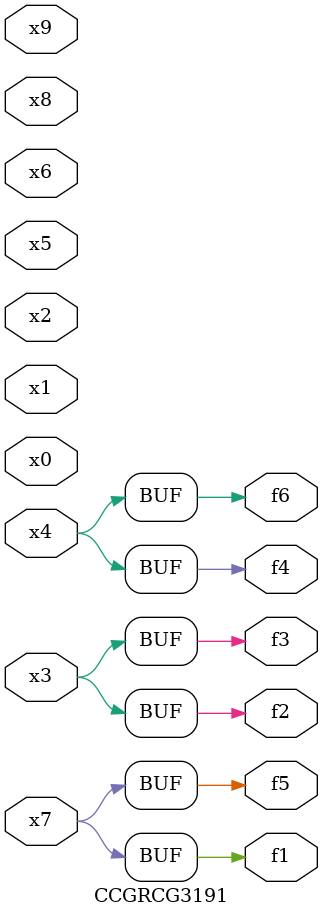
<source format=v>
module CCGRCG3191(
	input x0, x1, x2, x3, x4, x5, x6, x7, x8, x9,
	output f1, f2, f3, f4, f5, f6
);
	assign f1 = x7;
	assign f2 = x3;
	assign f3 = x3;
	assign f4 = x4;
	assign f5 = x7;
	assign f6 = x4;
endmodule

</source>
